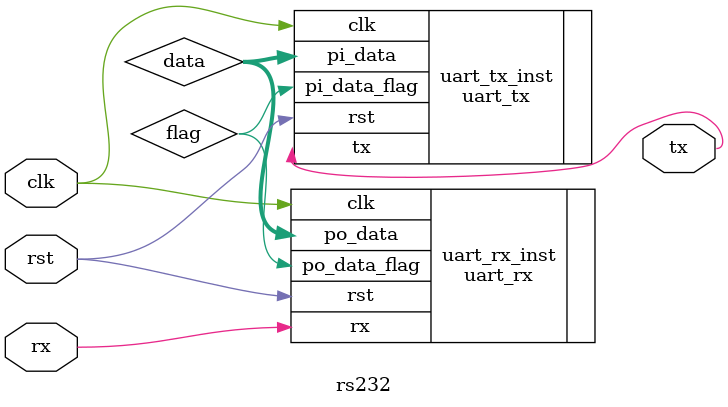
<source format=v>
`timescale 1ns / 1ns


module rs232
(
    input wire clk,
    input wire rst,
    input wire rx,

    output wire tx
    );

    wire [7:0] data;
    wire       flag;

    parameter  UART_BPS = 14'd9600;
    parameter  CLK      = 27'd100_000_000;

    uart_rx     
    #(
        .UART_BPS (UART_BPS),
        .CLK      (CLK)
    )
    uart_rx_inst
    (

        .clk(clk),
        .rst(rst),
        .rx(rx),

        .po_data(data),
        .po_data_flag(flag)
    );

    uart_tx 
    #(
        .UART_BPS (UART_BPS),
        .CLK      (CLK)
    ) 
    uart_tx_inst
   (
        .clk(clk),
        .rst(rst),
        .pi_data(data),
        .pi_data_flag(flag),

        .tx(tx)
    );
    
endmodule

</source>
